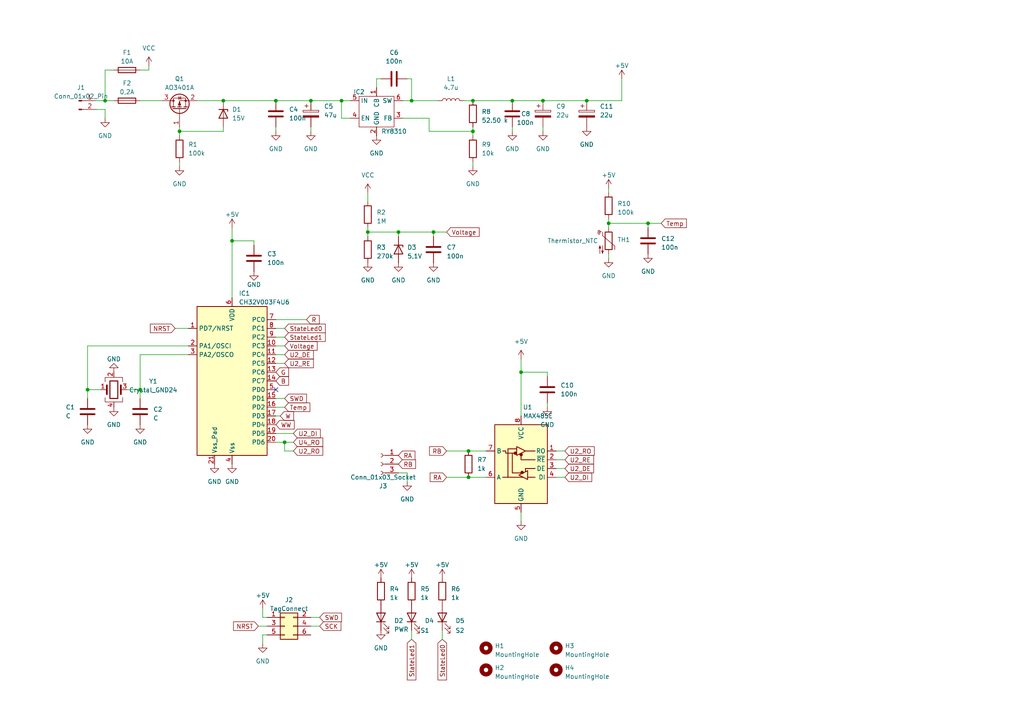
<source format=kicad_sch>
(kicad_sch (version 20230121) (generator eeschema)
  (paper "A4")
  (lib_symbols
    (symbol "Connector:Conn_01x02_Pin" (pin_names (offset 1.016) hide)
      (property "Reference" "J" (at 0 2.54 0))
      (property "Value" "Conn_01x02_Pin" (at 0 -5.08 0))
      (symbol "Conn_01x02_Pin_1_1"
        (polyline (pts (xy 1.27 -2.54) (xy 0.8636 -2.54)) (stroke (width 0.1524)))
        (polyline (pts (xy 1.27 0) (xy 0.8636 0)) (stroke (width 0.1524)))
        (rectangle (start 0.8636 -2.413) (end 0 -2.667) (stroke (width 0.1524)) (fill (type outline)))
        (rectangle (start 0.8636 0.127) (end 0 -0.127) (stroke (width 0.1524)) (fill (type outline)))
        (pin passive line (at 5.08 0 180) (length 3.81) (name "Pin_1") (number "1"))
        (pin passive line (at 5.08 -2.54 180) (length 3.81) (name "Pin_2") (number "2"))
      )
    )
    (symbol "Connector:Conn_01x03_Socket" (pin_names (offset 1.016) hide)
      (property "Reference" "J" (at 0 5.08 0))
      (property "Value" "Conn_01x03_Socket" (at 0 -5.08 0))
      (symbol "Conn_01x03_Socket_1_1"
        (arc (start 0 -2.032) (mid -0.5058 -2.54) (end 0 -3.048) (stroke (width 0.1524)))
        (polyline (pts (xy -1.27 -2.54) (xy -0.508 -2.54)) (stroke (width 0.1524)))
        (polyline (pts (xy -1.27 0) (xy -0.508 0)) (stroke (width 0.1524)))
        (polyline (pts (xy -1.27 2.54) (xy -0.508 2.54)) (stroke (width 0.1524)))
        (arc (start 0 0.508) (mid -0.5058 0) (end 0 -0.508) (stroke (width 0.1524)))
        (arc (start 0 3.048) (mid -0.5058 2.54) (end 0 2.032) (stroke (width 0.1524)))
        (pin passive line (at -5.08 2.54 0) (length 3.81) (name "Pin_1") (number "1"))
        (pin passive line (at -5.08 0 0) (length 3.81) (name "Pin_2") (number "2"))
        (pin passive line (at -5.08 -2.54 0) (length 3.81) (name "Pin_3") (number "3"))
      )
    )
    (symbol "Connector_Generic:Conn_02x03_Odd_Even" (pin_names (offset 1.016) hide)
      (property "Reference" "J" (at 1.27 5.08 0))
      (property "Value" "Conn_02x03_Odd_Even" (at 1.27 -5.08 0))
      (symbol "Conn_02x03_Odd_Even_1_1"
        (rectangle (start -1.27 -2.413) (end 0 -2.667) (stroke (width 0.1524)))
        (rectangle (start -1.27 0.127) (end 0 -0.127) (stroke (width 0.1524)))
        (rectangle (start -1.27 2.667) (end 0 2.413) (stroke (width 0.1524)))
        (rectangle (start -1.27 3.81) (end 3.81 -3.81) (stroke (width 0.254)) (fill (type background)))
        (rectangle (start 3.81 -2.413) (end 2.54 -2.667) (stroke (width 0.1524)))
        (rectangle (start 3.81 0.127) (end 2.54 -0.127) (stroke (width 0.1524)))
        (rectangle (start 3.81 2.667) (end 2.54 2.413) (stroke (width 0.1524)))
        (pin passive line (at -5.08 2.54 0) (length 3.81) (name "Pin_1") (number "1"))
        (pin passive line (at 7.62 2.54 180) (length 3.81) (name "Pin_2") (number "2"))
        (pin passive line (at -5.08 0 0) (length 3.81) (name "Pin_3") (number "3"))
        (pin passive line (at 7.62 0 180) (length 3.81) (name "Pin_4") (number "4"))
        (pin passive line (at -5.08 -2.54 0) (length 3.81) (name "Pin_5") (number "5"))
        (pin passive line (at 7.62 -2.54 180) (length 3.81) (name "Pin_6") (number "6"))
      )
    )
    (symbol "Device:C" (pin_numbers hide) (pin_names (offset 0.254))
      (property "Reference" "C" (at 0.635 2.54 0))
      (property "Value" "C" (at 0.635 -2.54 0))
      (symbol "C_0_1"
        (polyline (pts (xy -2.032 -0.762) (xy 2.032 -0.762)) (stroke (width 0.508)))
        (polyline (pts (xy -2.032 0.762) (xy 2.032 0.762)) (stroke (width 0.508)))
      )
      (symbol "C_1_1"
        (pin passive line (at 0 3.81 270) (length 2.794) (name "~") (number "1"))
        (pin passive line (at 0 -3.81 90) (length 2.794) (name "~") (number "2"))
      )
    )
    (symbol "Device:C_Polarized" (pin_numbers hide) (pin_names (offset 0.254))
      (property "Reference" "C" (at 0.635 2.54 0))
      (property "Value" "C_Polarized" (at 0.635 -2.54 0))
      (symbol "C_Polarized_0_1"
        (rectangle (start -2.286 0.508) (end 2.286 1.016))
        (polyline (pts (xy -1.778 2.286) (xy -0.762 2.286)))
        (polyline (pts (xy -1.27 2.794) (xy -1.27 1.778)))
        (rectangle (start 2.286 -0.508) (end -2.286 -1.016) (fill (type outline)))
      )
      (symbol "C_Polarized_1_1"
        (pin passive line (at 0 3.81 270) (length 2.794) (name "~") (number "1"))
        (pin passive line (at 0 -3.81 90) (length 2.794) (name "~") (number "2"))
      )
    )
    (symbol "Device:Crystal_GND24" (pin_names (offset 1.016) hide)
      (property "Reference" "Y" (at 3.175 5.08 0))
      (property "Value" "Crystal_GND24" (at 3.175 3.175 0))
      (symbol "Crystal_GND24_0_1"
        (rectangle (start -1.143 2.54) (end 1.143 -2.54) (stroke (width 0.3048)))
        (polyline (pts (xy -2.54 0) (xy -2.032 0)))
        (polyline (pts (xy -2.032 -1.27) (xy -2.032 1.27)) (stroke (width 0.508)))
        (polyline (pts (xy 0 -3.81) (xy 0 -3.556)))
        (polyline (pts (xy 0 3.556) (xy 0 3.81)))
        (polyline (pts (xy 2.032 -1.27) (xy 2.032 1.27)) (stroke (width 0.508)))
        (polyline (pts (xy 2.032 0) (xy 2.54 0)))
        (polyline (pts (xy -2.54 -2.286) (xy -2.54 -3.556) (xy 2.54 -3.556) (xy 2.54 -2.286)))
        (polyline (pts (xy -2.54 2.286) (xy -2.54 3.556) (xy 2.54 3.556) (xy 2.54 2.286)))
      )
      (symbol "Crystal_GND24_1_1"
        (pin passive line (at -3.81 0 0) (length 1.27) (name "1") (number "1"))
        (pin passive line (at 0 5.08 270) (length 1.27) (name "2") (number "2"))
        (pin passive line (at 3.81 0 180) (length 1.27) (name "3") (number "3"))
        (pin passive line (at 0 -5.08 90) (length 1.27) (name "4") (number "4"))
      )
    )
    (symbol "Device:D_Zener" (pin_numbers hide) (pin_names (offset 1.016) hide)
      (property "Reference" "D" (at 0 2.54 0))
      (property "Value" "D_Zener" (at 0 -2.54 0))
      (symbol "D_Zener_0_1"
        (polyline (pts (xy 1.27 0) (xy -1.27 0)))
        (polyline (pts (xy -1.27 -1.27) (xy -1.27 1.27) (xy -0.762 1.27)) (stroke (width 0.254)))
        (polyline (pts (xy 1.27 -1.27) (xy 1.27 1.27) (xy -1.27 0) (xy 1.27 -1.27)) (stroke (width 0.254)))
      )
      (symbol "D_Zener_1_1"
        (pin passive line (at -3.81 0 0) (length 2.54) (name "K") (number "1"))
        (pin passive line (at 3.81 0 180) (length 2.54) (name "A") (number "2"))
      )
    )
    (symbol "Device:Fuse" (pin_numbers hide) (pin_names (offset 0))
      (property "Reference" "F" (at 2.032 0 90))
      (property "Value" "Fuse" (at -1.905 0 90))
      (symbol "Fuse_0_1"
        (rectangle (start -0.762 -2.54) (end 0.762 2.54) (stroke (width 0.254)))
        (polyline (pts (xy 0 2.54) (xy 0 -2.54)))
      )
      (symbol "Fuse_1_1"
        (pin passive line (at 0 3.81 270) (length 1.27) (name "~") (number "1"))
        (pin passive line (at 0 -3.81 90) (length 1.27) (name "~") (number "2"))
      )
    )
    (symbol "Device:L" (pin_numbers hide) (pin_names (offset 1.016) hide)
      (property "Reference" "L" (at -1.27 0 90))
      (property "Value" "L" (at 1.905 0 90))
      (symbol "L_0_1"
        (arc (start 0 -2.54) (mid 0.6323 -1.905) (end 0 -1.27))
        (arc (start 0 -1.27) (mid 0.6323 -0.635) (end 0 0))
        (arc (start 0 0) (mid 0.6323 0.635) (end 0 1.27))
        (arc (start 0 1.27) (mid 0.6323 1.905) (end 0 2.54))
      )
      (symbol "L_1_1"
        (pin passive line (at 0 3.81 270) (length 1.27) (name "1") (number "1"))
        (pin passive line (at 0 -3.81 90) (length 1.27) (name "2") (number "2"))
      )
    )
    (symbol "Device:LED" (pin_numbers hide) (pin_names (offset 1.016) hide)
      (property "Reference" "D" (at 0 2.54 0))
      (property "Value" "LED" (at 0 -2.54 0))
      (symbol "LED_0_1"
        (polyline (pts (xy -1.27 -1.27) (xy -1.27 1.27)) (stroke (width 0.254)))
        (polyline (pts (xy -1.27 0) (xy 1.27 0)))
        (polyline (pts (xy 1.27 -1.27) (xy 1.27 1.27) (xy -1.27 0) (xy 1.27 -1.27)) (stroke (width 0.254)))
        (polyline (pts (xy -3.048 -0.762) (xy -4.572 -2.286) (xy -3.81 -2.286) (xy -4.572 -2.286) (xy -4.572 -1.524)))
        (polyline (pts (xy -1.778 -0.762) (xy -3.302 -2.286) (xy -2.54 -2.286) (xy -3.302 -2.286) (xy -3.302 -1.524)))
      )
      (symbol "LED_1_1"
        (pin passive line (at -3.81 0 0) (length 2.54) (name "K") (number "1"))
        (pin passive line (at 3.81 0 180) (length 2.54) (name "A") (number "2"))
      )
    )
    (symbol "Device:R" (pin_numbers hide) (pin_names (offset 0))
      (property "Reference" "R" (at 2.032 0 90))
      (property "Value" "R" (at 0 0 90))
      (symbol "R_0_1"
        (rectangle (start -1.016 -2.54) (end 1.016 2.54) (stroke (width 0.254)))
      )
      (symbol "R_1_1"
        (pin passive line (at 0 3.81 270) (length 1.27) (name "~") (number "1"))
        (pin passive line (at 0 -3.81 90) (length 1.27) (name "~") (number "2"))
      )
    )
    (symbol "Device:Thermistor_NTC" (pin_numbers hide) (pin_names (offset 0))
      (property "Reference" "TH" (at -4.445 0 90))
      (property "Value" "Thermistor_NTC" (at 3.175 0 90))
      (symbol "Thermistor_NTC_0_1"
        (arc (start -3.048 2.159) (mid -3.0495 2.3143) (end -3.175 2.413))
        (arc (start -3.048 2.159) (mid -2.9736 1.9794) (end -2.794 1.905))
        (arc (start -3.048 2.794) (mid -2.9736 2.6144) (end -2.794 2.54))
        (arc (start -2.794 1.905) (mid -2.6144 1.9794) (end -2.54 2.159))
        (arc (start -2.794 2.54) (mid -2.4393 2.5587) (end -2.159 2.794))
        (arc (start -2.794 3.048) (mid -2.9736 2.9736) (end -3.048 2.794))
        (arc (start -2.54 2.794) (mid -2.6144 2.9736) (end -2.794 3.048))
        (rectangle (start -1.016 2.54) (end 1.016 -2.54) (stroke (width 0.254)))
        (polyline (pts (xy -2.54 2.159) (xy -2.54 2.794)))
        (polyline (pts (xy -1.778 2.54) (xy -1.778 1.524) (xy 1.778 -1.524) (xy 1.778 -2.54)))
        (polyline (pts (xy -2.54 -3.683) (xy -2.54 -1.397) (xy -2.794 -2.159) (xy -2.286 -2.159) (xy -2.54 -1.397) (xy -2.54 -1.651)) (fill (type outline)))
        (polyline (pts (xy -1.778 -1.397) (xy -1.778 -3.683) (xy -2.032 -2.921) (xy -1.524 -2.921) (xy -1.778 -3.683) (xy -1.778 -3.429)) (fill (type outline)))
      )
      (symbol "Thermistor_NTC_1_1"
        (pin passive line (at 0 3.81 270) (length 1.27) (name "~") (number "1"))
        (pin passive line (at 0 -3.81 90) (length 1.27) (name "~") (number "2"))
      )
    )
    (symbol "Interface_UART:MAX485E"
      (property "Reference" "U" (at -6.096 11.43 0))
      (property "Value" "MAX485E" (at 0.762 11.43 0))
      (symbol "MAX485E_0_1"
        (rectangle (start -7.62 10.16) (end 7.62 -12.7) (stroke (width 0.254)) (fill (type background)))
        (circle (center -0.3048 -3.683) (radius 0.3556) (stroke (width 0.254)) (fill (type outline)))
        (circle (center -0.0254 1.4986) (radius 0.3556) (stroke (width 0.254)) (fill (type outline)))
        (polyline (pts (xy -4.064 -5.08) (xy -1.905 -5.08)) (stroke (width 0.254)))
        (polyline (pts (xy -4.064 2.54) (xy -1.27 2.54)) (stroke (width 0.254)))
        (polyline (pts (xy -1.27 -3.2004) (xy -1.27 -3.4544)) (stroke (width 0.254)))
        (polyline (pts (xy -0.635 -5.08) (xy 5.334 -5.08)) (stroke (width 0.254)))
        (polyline (pts (xy -4.064 -2.54) (xy -1.27 -2.54) (xy -1.27 -3.175)) (stroke (width 0.254)))
        (polyline (pts (xy 0 1.27) (xy 0 0) (xy -4.064 0)) (stroke (width 0.254)))
        (polyline (pts (xy 1.27 3.175) (xy 3.81 3.175) (xy 3.81 -5.08)) (stroke (width 0.254)))
        (polyline (pts (xy 2.54 1.905) (xy 2.54 -3.81) (xy 0 -3.81)) (stroke (width 0.254)))
        (polyline (pts (xy -1.905 -3.175) (xy -1.905 -5.715) (xy 0.635 -4.445) (xy -1.905 -3.175)) (stroke (width 0.254)))
        (polyline (pts (xy -1.27 2.54) (xy 1.27 3.81) (xy 1.27 1.27) (xy -1.27 2.54)) (stroke (width 0.254)))
        (polyline (pts (xy 1.905 1.905) (xy 4.445 1.905) (xy 4.445 2.54) (xy 5.334 2.54)) (stroke (width 0.254)))
        (rectangle (start 1.27 3.175) (end 1.27 3.175))
        (circle (center 1.651 1.905) (radius 0.3556) (stroke (width 0.254)) (fill (type outline)))
      )
      (symbol "MAX485E_1_1"
        (pin output line (at -10.16 2.54 0) (length 2.54) (name "RO") (number "1"))
        (pin input line (at -10.16 0 0) (length 2.54) (name "~{RE}") (number "2"))
        (pin input line (at -10.16 -2.54 0) (length 2.54) (name "DE") (number "3"))
        (pin input line (at -10.16 -5.08 0) (length 2.54) (name "DI") (number "4"))
        (pin power_in line (at 0 -15.24 90) (length 2.54) (name "GND") (number "5"))
        (pin bidirectional line (at 10.16 -5.08 180) (length 2.54) (name "A") (number "6"))
        (pin bidirectional line (at 10.16 2.54 180) (length 2.54) (name "B") (number "7"))
        (pin power_in line (at 0 12.7 270) (length 2.54) (name "VCC") (number "8"))
      )
    )
    (symbol "Mechanical:MountingHole" (pin_names (offset 1.016))
      (property "Reference" "H" (at 0 5.08 0))
      (property "Value" "MountingHole" (at 0 3.175 0))
      (symbol "MountingHole_0_1"
        (circle (center 0 0) (radius 1.27) (stroke (width 1.27)))
      )
    )
    (symbol "Techbeard:RY8310"
      (property "Reference" "IC" (at -5.08 6.35 0))
      (property "Value" "RY8310" (at 5.08 6.35 0))
      (symbol "RY8310_0_1"
        (rectangle (start -5.08 5.08) (end 5.08 -3.81))
      )
      (symbol "RY8310_1_1"
        (pin input line (at 0 7.62 270) (length 2.54) (name "CB") (number "1"))
        (pin input line (at 0 -6.35 90) (length 2.54) (name "GND") (number "2"))
        (pin input line (at 7.62 -1.27 180) (length 2.54) (name "FB") (number "3"))
        (pin input line (at -7.62 -1.27 0) (length 2.54) (name "EN") (number "4"))
        (pin input line (at -7.62 3.81 0) (length 2.54) (name "IN") (number "5"))
        (pin input line (at 7.62 3.81 180) (length 2.54) (name "SW") (number "6"))
      )
    )
    (symbol "Transistor_FET:AO3401A" (pin_names hide)
      (property "Reference" "Q" (at 5.08 1.905 0))
      (property "Value" "AO3401A" (at 5.08 0 0))
      (symbol "AO3401A_0_1"
        (polyline (pts (xy 0.254 0) (xy -2.54 0)))
        (polyline (pts (xy 0.254 1.905) (xy 0.254 -1.905)) (stroke (width 0.254)))
        (polyline (pts (xy 0.762 -1.27) (xy 0.762 -2.286)) (stroke (width 0.254)))
        (polyline (pts (xy 0.762 0.508) (xy 0.762 -0.508)) (stroke (width 0.254)))
        (polyline (pts (xy 0.762 2.286) (xy 0.762 1.27)) (stroke (width 0.254)))
        (polyline (pts (xy 2.54 2.54) (xy 2.54 1.778)))
        (polyline (pts (xy 2.54 -2.54) (xy 2.54 0) (xy 0.762 0)))
        (polyline (pts (xy 0.762 1.778) (xy 3.302 1.778) (xy 3.302 -1.778) (xy 0.762 -1.778)))
        (polyline (pts (xy 2.286 0) (xy 1.27 0.381) (xy 1.27 -0.381) (xy 2.286 0)) (fill (type outline)))
        (polyline (pts (xy 2.794 -0.508) (xy 2.921 -0.381) (xy 3.683 -0.381) (xy 3.81 -0.254)))
        (polyline (pts (xy 3.302 -0.381) (xy 2.921 0.254) (xy 3.683 0.254) (xy 3.302 -0.381)))
        (circle (center 1.651 0) (radius 2.794) (stroke (width 0.254)))
        (circle (center 2.54 -1.778) (radius 0.254) (fill (type outline)))
        (circle (center 2.54 1.778) (radius 0.254) (fill (type outline)))
      )
      (symbol "AO3401A_1_1"
        (pin input line (at -5.08 0 0) (length 2.54) (name "G") (number "1"))
        (pin passive line (at 2.54 -5.08 90) (length 2.54) (name "S") (number "2"))
        (pin passive line (at 2.54 5.08 270) (length 2.54) (name "D") (number "3"))
      )
    )
    (symbol "WCH:CH32V003F4U6"
      (property "Reference" "IC" (at 6.35 8.89 0))
      (property "Value" "CH32V003F4U6" (at 12.7 6.35 0))
      (symbol "CH32V003F4U6_1_1"
        (rectangle (start -10.16 5.08) (end 10.16 -38.1) (stroke (width 0.254)) (fill (type background)))
        (pin input line (at -12.7 -1.27 0) (length 2.54) (name "PD7/NRST") (number "1"))
        (pin input line (at 12.7 -6.35 180) (length 2.54) (name "PC3") (number "10"))
        (pin input line (at 12.7 -8.89 180) (length 2.54) (name "PC4") (number "11"))
        (pin input line (at 12.7 -11.43 180) (length 2.54) (name "PC5") (number "12"))
        (pin input line (at 12.7 -13.97 180) (length 2.54) (name "PC6") (number "13"))
        (pin input line (at 12.7 -16.51 180) (length 2.54) (name "PC7") (number "14"))
        (pin input line (at 12.7 -21.59 180) (length 2.54) (name "PD1") (number "15"))
        (pin input line (at 12.7 -24.13 180) (length 2.54) (name "PD2") (number "16"))
        (pin input line (at 12.7 -26.67 180) (length 2.54) (name "PD3") (number "17"))
        (pin input line (at 12.7 -29.21 180) (length 2.54) (name "PD4") (number "18"))
        (pin input line (at 12.7 -31.75 180) (length 2.54) (name "PD5") (number "19"))
        (pin input line (at -12.7 -6.35 0) (length 2.54) (name "PA1/OSCI") (number "2"))
        (pin input line (at 12.7 -34.29 180) (length 2.54) (name "PD6") (number "20"))
        (pin input line (at -5.08 -40.64 90) (length 2.54) (name "Vss_Pad") (number "21"))
        (pin input line (at -12.7 -8.89 0) (length 2.54) (name "PA2/OSCO") (number "3"))
        (pin input line (at 0 -40.64 90) (length 2.54) (name "Vss") (number "4"))
        (pin input line (at 12.7 -19.05 180) (length 2.54) (name "PD0") (number "5"))
        (pin input line (at 0 7.62 270) (length 2.54) (name "VDD") (number "6"))
        (pin input line (at 12.7 1.27 180) (length 2.54) (name "PC0") (number "7"))
        (pin input line (at 12.7 -1.27 180) (length 2.54) (name "PC1") (number "8"))
        (pin input line (at 12.7 -3.81 180) (length 2.54) (name "PC2") (number "9"))
      )
    )
    (symbol "power:+5V" (power) (pin_names (offset 0))
      (property "Value" "+5V" (at 0 3.556 0))
      (symbol "+5V_0_1"
        (polyline (pts (xy -0.762 1.27) (xy 0 2.54)))
        (polyline (pts (xy 0 0) (xy 0 2.54)))
        (polyline (pts (xy 0 2.54) (xy 0.762 1.27)))
      )
      (symbol "+5V_1_1"
        (pin power_in line (at 0 0 90) (length 0) hide (name "+5V") (number "1"))
      )
    )
    (symbol "power:GND" (power) (pin_names (offset 0))
      (property "Value" "GND" (at 0 -3.81 0))
      (symbol "GND_0_1"
        (polyline (pts (xy 0 0) (xy 0 -1.27) (xy 1.27 -1.27) (xy 0 -2.54) (xy -1.27 -1.27) (xy 0 -1.27)))
      )
      (symbol "GND_1_1"
        (pin power_in line (at 0 0 270) (length 0) hide (name "GND") (number "1"))
      )
    )
    (symbol "power:VCC" (power) (pin_names (offset 0))
      (property "Value" "VCC" (at 0 3.81 0))
      (symbol "VCC_0_1"
        (polyline (pts (xy -0.762 1.27) (xy 0 2.54)))
        (polyline (pts (xy 0 0) (xy 0 2.54)))
        (polyline (pts (xy 0 2.54) (xy 0.762 1.27)))
      )
      (symbol "VCC_1_1"
        (pin power_in line (at 0 0 90) (length 0) hide (name "VCC") (number "1"))
      )
    )
  )
  (junction (at 90.17 29.21))
  (junction (at 25.4 113.03))
  (junction (at 151.13 107.95))
  (junction (at 176.53 64.77))
  (junction (at 64.77 29.21))
  (junction (at 125.73 67.31))
  (junction (at 106.68 67.31))
  (junction (at 119.38 29.21))
  (junction (at 115.57 67.31))
  (junction (at 40.64 113.03))
  (junction (at 137.16 38.1))
  (junction (at 52.07 38.1))
  (junction (at 170.18 29.21))
  (junction (at 157.48 29.21))
  (junction (at 80.01 29.21))
  (junction (at 82.55 128.27))
  (junction (at 187.96 64.77))
  (junction (at 99.06 29.21))
  (junction (at 137.16 29.21))
  (junction (at 30.48 29.21))
  (junction (at 148.59 29.21))
  (junction (at 135.89 130.81))
  (junction (at 135.89 138.43))
  (junction (at 67.31 69.85))
  (no_connect (at 80.01 113.03))
  (wire (pts (xy 135.89 138.43) (xy 140.97 138.43)))
  (wire (pts (xy 106.68 66.04) (xy 106.68 67.31)))
  (wire (pts (xy 135.89 130.81) (xy 140.97 130.81)))
  (wire (pts (xy 90.17 181.61) (xy 92.71 181.61)))
  (wire (pts (xy 80.01 36.83) (xy 80.01 38.1)))
  (wire (pts (xy 80.01 29.21) (xy 90.17 29.21)))
  (wire (pts (xy 25.4 115.57) (xy 25.4 113.03)))
  (wire (pts (xy 80.01 105.41) (xy 82.55 105.41)))
  (wire (pts (xy 161.29 130.81) (xy 163.83 130.81)))
  (wire (pts (xy 151.13 104.14) (xy 151.13 107.95)))
  (wire (pts (xy 180.34 22.86) (xy 180.34 29.21)))
  (wire (pts (xy 101.6 34.29) (xy 99.06 34.29)))
  (wire (pts (xy 106.68 55.88) (xy 106.68 58.42)))
  (wire (pts (xy 80.01 128.27) (xy 82.55 128.27)))
  (wire (pts (xy 82.55 97.79) (xy 80.01 97.79)))
  (wire (pts (xy 57.15 29.21) (xy 64.77 29.21)))
  (wire (pts (xy 137.16 29.21) (xy 148.59 29.21)))
  (wire (pts (xy 40.64 29.21) (xy 46.99 29.21)))
  (wire (pts (xy 90.17 179.07) (xy 92.71 179.07)))
  (wire (pts (xy 129.54 130.81) (xy 135.89 130.81)))
  (wire (pts (xy 116.84 29.21) (xy 119.38 29.21)))
  (wire (pts (xy 115.57 137.16) (xy 118.11 137.16)))
  (wire (pts (xy 74.93 181.61) (xy 77.47 181.61)))
  (wire (pts (xy 137.16 38.1) (xy 137.16 39.37)))
  (wire (pts (xy 187.96 64.77) (xy 191.77 64.77)))
  (wire (pts (xy 151.13 107.95) (xy 158.75 107.95)))
  (wire (pts (xy 80.01 100.33) (xy 82.55 100.33)))
  (wire (pts (xy 163.83 138.43) (xy 161.29 138.43)))
  (wire (pts (xy 40.64 102.87) (xy 54.61 102.87)))
  (wire (pts (xy 73.66 71.12) (xy 73.66 69.85)))
  (wire (pts (xy 30.48 20.32) (xy 30.48 29.21)))
  (wire (pts (xy 115.57 67.31) (xy 106.68 67.31)))
  (wire (pts (xy 67.31 69.85) (xy 73.66 69.85)))
  (wire (pts (xy 119.38 22.86) (xy 119.38 29.21)))
  (wire (pts (xy 80.01 102.87) (xy 82.55 102.87)))
  (wire (pts (xy 43.18 20.32) (xy 43.18 19.05)))
  (wire (pts (xy 81.28 120.65) (xy 80.01 120.65)))
  (wire (pts (xy 148.59 29.21) (xy 157.48 29.21)))
  (wire (pts (xy 125.73 67.31) (xy 129.54 67.31)))
  (wire (pts (xy 40.64 102.87) (xy 40.64 113.03)))
  (wire (pts (xy 50.8 95.25) (xy 54.61 95.25)))
  (wire (pts (xy 80.01 115.57) (xy 82.55 115.57)))
  (wire (pts (xy 90.17 36.83) (xy 90.17 38.1)))
  (wire (pts (xy 52.07 46.99) (xy 52.07 48.26)))
  (wire (pts (xy 27.94 31.75) (xy 30.48 31.75)))
  (wire (pts (xy 109.22 22.86) (xy 110.49 22.86)))
  (wire (pts (xy 176.53 73.66) (xy 176.53 74.93)))
  (wire (pts (xy 76.2 184.15) (xy 77.47 184.15)))
  (wire (pts (xy 90.17 29.21) (xy 99.06 29.21)))
  (wire (pts (xy 134.62 29.21) (xy 137.16 29.21)))
  (wire (pts (xy 176.53 54.61) (xy 176.53 55.88)))
  (wire (pts (xy 85.09 130.81) (xy 82.55 130.81)))
  (wire (pts (xy 76.2 179.07) (xy 77.47 179.07)))
  (wire (pts (xy 125.73 67.31) (xy 115.57 67.31)))
  (wire (pts (xy 170.18 29.21) (xy 180.34 29.21)))
  (wire (pts (xy 187.96 66.04) (xy 187.96 64.77)))
  (wire (pts (xy 40.64 113.03) (xy 40.64 115.57)))
  (wire (pts (xy 157.48 29.21) (xy 170.18 29.21)))
  (wire (pts (xy 52.07 36.83) (xy 52.07 38.1)))
  (wire (pts (xy 25.4 113.03) (xy 29.21 113.03)))
  (wire (pts (xy 163.83 133.35) (xy 161.29 133.35)))
  (wire (pts (xy 119.38 185.42) (xy 119.38 182.88)))
  (wire (pts (xy 25.4 100.33) (xy 25.4 113.03)))
  (wire (pts (xy 176.53 63.5) (xy 176.53 64.77)))
  (wire (pts (xy 76.2 186.69) (xy 76.2 184.15)))
  (wire (pts (xy 109.22 22.86) (xy 109.22 25.4)))
  (wire (pts (xy 82.55 130.81) (xy 82.55 128.27)))
  (wire (pts (xy 163.83 135.89) (xy 161.29 135.89)))
  (wire (pts (xy 30.48 29.21) (xy 33.02 29.21)))
  (wire (pts (xy 33.02 20.32) (xy 30.48 20.32)))
  (wire (pts (xy 82.55 95.25) (xy 80.01 95.25)))
  (wire (pts (xy 27.94 29.21) (xy 30.48 29.21)))
  (wire (pts (xy 151.13 107.95) (xy 151.13 120.65)))
  (wire (pts (xy 151.13 148.59) (xy 151.13 151.13)))
  (wire (pts (xy 115.57 67.31) (xy 115.57 68.58)))
  (wire (pts (xy 176.53 64.77) (xy 176.53 66.04)))
  (wire (pts (xy 36.83 113.03) (xy 40.64 113.03)))
  (wire (pts (xy 64.77 36.83) (xy 64.77 38.1)))
  (wire (pts (xy 67.31 66.04) (xy 67.31 69.85)))
  (wire (pts (xy 137.16 46.99) (xy 137.16 48.26)))
  (wire (pts (xy 116.84 34.29) (xy 124.46 34.29)))
  (wire (pts (xy 124.46 38.1) (xy 137.16 38.1)))
  (wire (pts (xy 80.01 125.73) (xy 85.09 125.73)))
  (wire (pts (xy 124.46 34.29) (xy 124.46 38.1)))
  (wire (pts (xy 82.55 128.27) (xy 85.09 128.27)))
  (wire (pts (xy 148.59 36.83) (xy 148.59 38.1)))
  (wire (pts (xy 64.77 38.1) (xy 52.07 38.1)))
  (wire (pts (xy 118.11 137.16) (xy 118.11 139.7)))
  (wire (pts (xy 106.68 67.31) (xy 106.68 68.58)))
  (wire (pts (xy 52.07 38.1) (xy 52.07 39.37)))
  (wire (pts (xy 67.31 69.85) (xy 67.31 86.36)))
  (wire (pts (xy 119.38 29.21) (xy 127 29.21)))
  (wire (pts (xy 30.48 31.75) (xy 30.48 34.29)))
  (wire (pts (xy 157.48 36.83) (xy 157.48 38.1)))
  (wire (pts (xy 80.01 92.71) (xy 88.9 92.71)))
  (wire (pts (xy 187.96 64.77) (xy 176.53 64.77)))
  (wire (pts (xy 158.75 116.84) (xy 158.75 118.11)))
  (wire (pts (xy 128.27 185.42) (xy 128.27 182.88)))
  (wire (pts (xy 129.54 138.43) (xy 135.89 138.43)))
  (wire (pts (xy 76.2 176.53) (xy 76.2 179.07)))
  (wire (pts (xy 54.61 100.33) (xy 25.4 100.33)))
  (wire (pts (xy 158.75 109.22) (xy 158.75 107.95)))
  (wire (pts (xy 118.11 22.86) (xy 119.38 22.86)))
  (wire (pts (xy 99.06 29.21) (xy 101.6 29.21)))
  (wire (pts (xy 80.01 118.11) (xy 82.55 118.11)))
  (wire (pts (xy 137.16 36.83) (xy 137.16 38.1)))
  (wire (pts (xy 99.06 34.29) (xy 99.06 29.21)))
  (wire (pts (xy 125.73 68.58) (xy 125.73 67.31)))
  (wire (pts (xy 64.77 29.21) (xy 80.01 29.21)))
  (wire (pts (xy 40.64 20.32) (xy 43.18 20.32)))
  (global_label "StateLed1" (shape input) (at 119.38 185.42 270) (property "Intersheetrefs" "${INTERSHEET_REFS}" (effects hide)))
  (global_label "NRST" (shape input) (at 74.93 181.61 180) (property "Intersheetrefs" "${INTERSHEET_REFS}" (effects hide)))
  (global_label "SWD" (shape input) (at 92.71 179.07 0) (property "Intersheetrefs" "${INTERSHEET_REFS}" (effects hide)))
  (global_label "U4_RO" (shape input) (at 85.09 128.27 0) (property "Intersheetrefs" "${INTERSHEET_REFS}" (effects hide)))
  (global_label "U2_RO" (shape input) (at 85.09 130.81 0) (property "Intersheetrefs" "${INTERSHEET_REFS}" (effects hide)))
  (global_label "RB" (shape input) (at 129.54 130.81 180) (property "Intersheetrefs" "${INTERSHEET_REFS}" (effects hide)))
  (global_label "SWD" (shape input) (at 82.55 115.57 0) (property "Intersheetrefs" "${INTERSHEET_REFS}" (effects hide)))
  (global_label "W" (shape input) (at 81.28 120.65 0) (property "Intersheetrefs" "${INTERSHEET_REFS}" (effects hide)))
  (global_label "R" (shape input) (at 88.9 92.71 0) (property "Intersheetrefs" "${INTERSHEET_REFS}" (effects hide)))
  (global_label "SCK" (shape input) (at 92.71 181.61 0) (property "Intersheetrefs" "${INTERSHEET_REFS}" (effects hide)))
  (global_label "NRST" (shape input) (at 50.8 95.25 180) (property "Intersheetrefs" "${INTERSHEET_REFS}" (effects hide)))
  (global_label "StateLed0" (shape input) (at 82.55 95.25 0) (property "Intersheetrefs" "${INTERSHEET_REFS}" (effects hide)))
  (global_label "RB" (shape input) (at 115.57 134.62 0) (property "Intersheetrefs" "${INTERSHEET_REFS}" (effects hide)))
  (global_label "U2_RE" (shape input) (at 82.55 105.41 0) (property "Intersheetrefs" "${INTERSHEET_REFS}" (effects hide)))
  (global_label "U2_DI" (shape input) (at 85.09 125.73 0) (property "Intersheetrefs" "${INTERSHEET_REFS}" (effects hide)))
  (global_label "RA" (shape input) (at 129.54 138.43 180) (property "Intersheetrefs" "${INTERSHEET_REFS}" (effects hide)))
  (global_label "U2_DI" (shape input) (at 163.83 138.43 0) (property "Intersheetrefs" "${INTERSHEET_REFS}" (effects hide)))
  (global_label "U2_DE" (shape input) (at 163.83 135.89 0) (property "Intersheetrefs" "${INTERSHEET_REFS}" (effects hide)))
  (global_label "WW" (shape input) (at 80.01 123.19 0) (property "Intersheetrefs" "${INTERSHEET_REFS}" (effects hide)))
  (global_label "U2_RO" (shape input) (at 163.83 130.81 0) (property "Intersheetrefs" "${INTERSHEET_REFS}" (effects hide)))
  (global_label "RA" (shape input) (at 115.57 132.08 0) (property "Intersheetrefs" "${INTERSHEET_REFS}" (effects hide)))
  (global_label "Temp" (shape input) (at 191.77 64.77 0) (property "Intersheetrefs" "${INTERSHEET_REFS}" (effects hide)))
  (global_label "U2_RE" (shape input) (at 163.83 133.35 0) (property "Intersheetrefs" "${INTERSHEET_REFS}" (effects hide)))
  (global_label "StateLed0" (shape input) (at 128.27 185.42 270) (property "Intersheetrefs" "${INTERSHEET_REFS}" (effects hide)))
  (global_label "Voltage" (shape input) (at 129.54 67.31 0) (property "Intersheetrefs" "${INTERSHEET_REFS}" (effects hide)))
  (global_label "Voltage" (shape input) (at 82.55 100.33 0) (property "Intersheetrefs" "${INTERSHEET_REFS}" (effects hide)))
  (global_label "B" (shape input) (at 80.01 110.49 0) (property "Intersheetrefs" "${INTERSHEET_REFS}" (effects hide)))
  (global_label "U2_DE" (shape input) (at 82.55 102.87 0) (property "Intersheetrefs" "${INTERSHEET_REFS}" (effects hide)))
  (global_label "StateLed1" (shape input) (at 82.55 97.79 0) (property "Intersheetrefs" "${INTERSHEET_REFS}" (effects hide)))
  (global_label "Temp" (shape input) (at 82.55 118.11 0) (property "Intersheetrefs" "${INTERSHEET_REFS}" (effects hide)))
  (global_label "G" (shape input) (at 80.01 107.95 0) (property "Intersheetrefs" "${INTERSHEET_REFS}" (effects hide)))
  (symbol (lib_id "Mechanical:MountingHole") (at 140.97 194.31 0) (unit 1)
    (property "Reference" "H2" (at 143.51 193.675 0) (effects (justify left)))
    (property "Value" "MountingHole" (at 143.51 196.215 0) (effects (justify left)))
    (property "Footprint" "MountingHole:MountingHole_3.2mm_M3" (effects hide))
  )
  (symbol (lib_id "power:GND") (at 176.53 74.93 0) (unit 1)
    (property "Reference" "#PWR034" (effects hide))
    (property "Value" "GND" (at 176.53 80.01 0))
  )
  (symbol (lib_id "power:GND") (at 125.73 76.2 0) (unit 1)
    (property "Reference" "#PWR024" (effects hide))
    (property "Value" "GND" (at 125.73 81.28 0))
  )
  (symbol (lib_id "power:GND") (at 67.31 134.62 0) (unit 1)
    (property "Reference" "#PWR010" (effects hide))
    (property "Value" "GND" (at 67.31 139.7 0))
  )
  (symbol (lib_id "Device:R") (at 119.38 171.45 0) (unit 1)
    (property "Reference" "R5" (at 121.92 170.815 0) (effects (justify left)))
    (property "Value" "1k" (at 121.92 173.355 0) (effects (justify left)))
    (property "Footprint" "Resistor_SMD:R_0402_1005Metric" (effects hide))
  )
  (symbol (lib_id "power:GND") (at 73.66 78.74 0) (unit 1)
    (property "Reference" "#PWR011" (effects hide))
    (property "Value" "GND" (at 73.66 82.55 0))
  )
  (symbol (lib_id "Mechanical:MountingHole") (at 161.29 187.96 0) (unit 1)
    (property "Reference" "H3" (at 163.83 187.325 0) (effects (justify left)))
    (property "Value" "MountingHole" (at 163.83 189.865 0) (effects (justify left)))
    (property "Footprint" "MountingHole:MountingHole_3.2mm_M3" (effects hide))
  )
  (symbol (lib_id "Techbeard:RY8310") (at 109.22 33.02 0) (unit 1)
    (property "Reference" "IC2" (at 104.14 26.67 0))
    (property "Value" "RY8310" (at 114.3 38.1 0))
    (property "Footprint" "Package_TO_SOT_SMD:SOT-23-6" (effects hide))
    (property "Datasheet" "https://datasheet.lcsc.com/lcsc/2202151030_RYCHIP-Semiconductor-Inc--RY8310_C370876.pdf" (effects hide))
  )
  (symbol (lib_id "power:VCC") (at 106.68 55.88 0) (unit 1)
    (property "Reference" "#PWR016" (effects hide))
    (property "Value" "VCC" (at 106.68 50.8 0))
  )
  (symbol (lib_id "Device:C") (at 40.64 119.38 0) (unit 1)
    (property "Reference" "C2" (at 44.45 118.745 0) (effects (justify left)))
    (property "Value" "C" (at 44.45 121.285 0) (effects (justify left)))
    (property "Footprint" "Capacitor_SMD:C_0402_1005Metric" (effects hide))
  )
  (symbol (lib_id "Device:R") (at 135.89 134.62 0) (unit 1)
    (property "Reference" "R7" (at 138.43 133.3499 0) (effects (justify left)))
    (property "Value" "1k" (at 138.43 135.8899 0) (effects (justify left)))
    (property "Footprint" "Capacitor_SMD:C_0402_1005Metric" (effects hide))
  )
  (symbol (lib_id "Connector_Generic:Conn_02x03_Odd_Even") (at 82.55 181.61 0) (unit 1)
    (property "Reference" "J2" (at 83.82 173.99 0))
    (property "Value" "TagConnect" (at 83.82 176.53 0))
    (property "Footprint" "Connector:Tag-Connect_TC2030-IDC-NL_2x03_P1.27mm_Vertical" (effects hide))
  )
  (symbol (lib_id "power:GND") (at 106.68 76.2 0) (unit 1)
    (property "Reference" "#PWR017" (effects hide))
    (property "Value" "GND" (at 106.68 81.28 0))
  )
  (symbol (lib_id "power:+5V") (at 151.13 104.14 0) (unit 1)
    (property "Reference" "#PWR028" (effects hide))
    (property "Value" "+5V" (at 151.13 99.06 0))
  )
  (symbol (lib_id "power:GND") (at 170.18 36.83 0) (unit 1)
    (property "Reference" "#PWR032" (effects hide))
    (property "Value" "GND" (at 170.18 41.91 0))
  )
  (symbol (lib_id "Mechanical:MountingHole") (at 140.97 187.96 0) (unit 1)
    (property "Reference" "H1" (at 143.51 187.325 0) (effects (justify left)))
    (property "Value" "MountingHole" (at 143.51 189.865 0) (effects (justify left)))
    (property "Footprint" "MountingHole:MountingHole_3.2mm_M3" (effects hide))
  )
  (symbol (lib_id "Device:D_Zener") (at 115.57 72.39 270) (unit 1)
    (property "Reference" "D3" (at 118.11 71.755 90) (effects (justify left)))
    (property "Value" "5,1V" (at 118.11 74.295 90) (effects (justify left)))
    (property "Footprint" "Diode_SMD:D_0402_1005Metric" (effects hide))
  )
  (symbol (lib_id "power:GND") (at 33.02 107.95 180) (unit 1)
    (property "Reference" "#PWR03" (effects hide))
    (property "Value" "GND" (at 33.02 104.14 0))
  )
  (symbol (lib_id "Device:C") (at 148.59 33.02 0) (unit 1)
    (property "Reference" "C8" (at 151.13 33.02 0) (effects (justify left)))
    (property "Value" "100n" (at 149.86 35.56 0) (effects (justify left)))
    (property "Footprint" "Capacitor_SMD:C_0402_1005Metric" (effects hide))
  )
  (symbol (lib_id "power:GND") (at 30.48 34.29 0) (unit 1)
    (property "Reference" "#PWR02" (effects hide))
    (property "Value" "GND" (at 30.48 39.37 0))
  )
  (symbol (lib_id "Mechanical:MountingHole") (at 161.29 194.31 0) (unit 1)
    (property "Reference" "H4" (at 163.83 193.675 0) (effects (justify left)))
    (property "Value" "MountingHole" (at 163.83 196.215 0) (effects (justify left)))
    (property "Footprint" "MountingHole:MountingHole_3.2mm_M3" (effects hide))
  )
  (symbol (lib_id "Device:C") (at 25.4 119.38 0) (unit 1)
    (property "Reference" "C1" (at 19.05 118.11 0) (effects (justify left)))
    (property "Value" "C" (at 19.05 120.65 0) (effects (justify left)))
    (property "Footprint" "Capacitor_SMD:C_0402_1005Metric" (effects hide))
  )
  (symbol (lib_id "WCH:CH32V003F4U6") (at 67.31 93.98 0) (unit 1)
    (property "Reference" "IC1" (at 69.2659 85.09 0) (effects (justify left)))
    (property "Value" "CH32V003F4U6" (at 69.2659 87.63 0) (effects (justify left)))
    (property "Footprint" "Package_DFN_QFN:QFN-20-1EP_3x3mm_P0.4mm_EP1.65x1.65mm_ThermalVias" (effects hide))
  )
  (symbol (lib_id "Device:D_Zener") (at 64.77 33.02 270) (unit 1)
    (property "Reference" "D1" (at 67.31 31.7499 90) (effects (justify left)))
    (property "Value" "15V" (at 67.31 34.2899 90) (effects (justify left)))
    (property "Footprint" "Diode_SMD:D_0402_1005Metric" (effects hide))
  )
  (symbol (lib_id "power:GND") (at 151.13 151.13 0) (unit 1)
    (property "Reference" "#PWR029" (effects hide))
    (property "Value" "GND" (at 151.13 156.21 0))
  )
  (symbol (lib_id "Device:Crystal_GND24") (at 33.02 113.03 0) (unit 1)
    (property "Reference" "Y1" (at 44.45 110.5917 0))
    (property "Value" "Crystal_GND24" (at 44.45 113.1317 0))
    (property "Footprint" "Crystal:Crystal_SMD_3225-4Pin_3.2x2.5mm" (effects hide))
  )
  (symbol (lib_id "power:+5V") (at 119.38 167.64 0) (unit 1)
    (property "Reference" "#PWR023" (effects hide))
    (property "Value" "+5V" (at 119.38 163.83 0))
  )
  (symbol (lib_id "Device:C") (at 125.73 72.39 0) (unit 1)
    (property "Reference" "C7" (at 129.54 71.755 0) (effects (justify left)))
    (property "Value" "100n" (at 129.54 74.295 0) (effects (justify left)))
    (property "Footprint" "Capacitor_SMD:C_0402_1005Metric" (effects hide))
  )
  (symbol (lib_id "power:GND") (at 90.17 38.1 0) (unit 1)
    (property "Reference" "#PWR015" (effects hide))
    (property "Value" "GND" (at 90.17 43.18 0))
  )
  (symbol (lib_id "Device:LED") (at 110.49 179.07 90) (unit 1)
    (property "Reference" "D2" (at 114.3 180.0225 90) (effects (justify right)))
    (property "Value" "PWR" (at 114.3 182.5625 90) (effects (justify right)))
    (property "Footprint" "LED_SMD:LED_0402_1005Metric" (effects hide))
  )
  (symbol (lib_id "power:GND") (at 115.57 76.2 0) (unit 1)
    (property "Reference" "#PWR021" (effects hide))
    (property "Value" "GND" (at 115.57 81.28 0))
  )
  (symbol (lib_id "Device:R") (at 110.49 171.45 0) (unit 1)
    (property "Reference" "R4" (at 113.03 170.815 0) (effects (justify left)))
    (property "Value" "1k" (at 113.03 173.355 0) (effects (justify left)))
    (property "Footprint" "Resistor_SMD:R_0402_1005Metric" (effects hide))
  )
  (symbol (lib_id "Device:Fuse") (at 36.83 29.21 90) (unit 1)
    (property "Reference" "F2" (at 36.83 24.13 90))
    (property "Value" "0,2A" (at 36.83 26.67 90))
    (property "Footprint" "Fuse:Fuse_0402_1005Metric" (effects hide))
  )
  (symbol (lib_id "power:GND") (at 109.22 39.37 0) (unit 1)
    (property "Reference" "#PWR018" (effects hide))
    (property "Value" "GND" (at 109.22 44.45 0))
  )
  (symbol (lib_id "Device:R") (at 137.16 33.02 180) (unit 1)
    (property "Reference" "R8" (at 139.7 32.385 0) (effects (justify right)))
    (property "Value" "52.50 k" (at 139.7 34.925 0) (effects (justify right)))
    (property "Footprint" "Resistor_SMD:R_0402_1005Metric" (effects hide))
  )
  (symbol (lib_id "power:GND") (at 118.11 139.7 0) (unit 1)
    (property "Reference" "#PWR022" (effects hide))
    (property "Value" "GND" (at 118.11 144.78 0))
  )
  (symbol (lib_id "power:GND") (at 110.49 182.88 0) (unit 1)
    (property "Reference" "#PWR020" (effects hide))
    (property "Value" "GND" (at 110.49 187.96 0))
  )
  (symbol (lib_id "power:+5V") (at 67.31 66.04 0) (unit 1)
    (property "Reference" "#PWR09" (effects hide))
    (property "Value" "+5V" (at 67.31 62.23 0))
  )
  (symbol (lib_id "Device:C") (at 73.66 74.93 0) (unit 1)
    (property "Reference" "C3" (at 77.47 73.6599 0) (effects (justify left)))
    (property "Value" "100n" (at 77.47 76.1999 0) (effects (justify left)))
    (property "Footprint" "Capacitor_SMD:C_0402_1005Metric" (effects hide))
  )
  (symbol (lib_id "power:GND") (at 137.16 48.26 0) (unit 1)
    (property "Reference" "#PWR026" (effects hide))
    (property "Value" "GND" (at 137.16 53.34 0))
  )
  (symbol (lib_id "Device:C_Polarized") (at 90.17 33.02 0) (unit 1)
    (property "Reference" "C5" (at 93.98 30.8609 0) (effects (justify left)))
    (property "Value" "47u" (at 93.98 33.4009 0) (effects (justify left)))
    (property "Footprint" "Capacitor_SMD:CP_Elec_5x5.4" (effects hide))
  )
  (symbol (lib_id "Connector:Conn_01x03_Socket") (at 110.49 134.62 0) (mirror y) (unit 1)
    (property "Reference" "J3" (at 111.125 140.97 0))
    (property "Value" "Conn_01x03_Socket" (at 111.125 138.43 0))
    (property "Footprint" "Connector_JST:JST_PH_B3B-PH-K_1x03_P2.00mm_Vertical" (effects hide))
  )
  (symbol (lib_id "Device:R") (at 106.68 62.23 0) (unit 1)
    (property "Reference" "R2" (at 109.22 61.595 0) (effects (justify left)))
    (property "Value" "1M" (at 109.22 64.135 0) (effects (justify left)))
    (property "Footprint" "Resistor_SMD:R_0402_1005Metric" (effects hide))
  )
  (symbol (lib_id "Device:LED") (at 119.38 179.07 90) (unit 1)
    (property "Reference" "D4" (at 123.19 180.0225 90) (effects (justify right)))
    (property "Value" "S1" (at 121.92 182.88 90) (effects (justify right)))
    (property "Footprint" "LED_SMD:LED_0402_1005Metric" (effects hide))
  )
  (symbol (lib_id "Device:C") (at 80.01 33.02 0) (unit 1)
    (property "Reference" "C4" (at 83.82 31.7499 0) (effects (justify left)))
    (property "Value" "100n" (at 83.82 34.2899 0) (effects (justify left)))
    (property "Footprint" "Capacitor_SMD:C_0402_1005Metric" (effects hide))
  )
  (symbol (lib_id "power:+5V") (at 110.49 167.64 0) (unit 1)
    (property "Reference" "#PWR019" (effects hide))
    (property "Value" "+5V" (at 110.49 163.83 0))
  )
  (symbol (lib_id "Device:C") (at 187.96 69.85 0) (unit 1)
    (property "Reference" "C12" (at 191.77 69.215 0) (effects (justify left)))
    (property "Value" "100n" (at 191.77 71.755 0) (effects (justify left)))
    (property "Footprint" "Capacitor_SMD:C_0402_1005Metric" (effects hide))
  )
  (symbol (lib_id "power:+5V") (at 76.2 176.53 0) (unit 1)
    (property "Reference" "#PWR012" (effects hide))
    (property "Value" "+5V" (at 76.2 172.72 0))
  )
  (symbol (lib_id "power:GND") (at 157.48 38.1 0) (unit 1)
    (property "Reference" "#PWR030" (effects hide))
    (property "Value" "GND" (at 157.48 43.18 0))
  )
  (symbol (lib_id "Device:R") (at 176.53 59.69 0) (unit 1)
    (property "Reference" "R10" (at 179.07 59.055 0) (effects (justify left)))
    (property "Value" "100k" (at 179.07 61.595 0) (effects (justify left)))
    (property "Footprint" "Resistor_SMD:R_0402_1005Metric" (effects hide))
  )
  (symbol (lib_id "power:GND") (at 76.2 186.69 0) (unit 1)
    (property "Reference" "#PWR013" (effects hide))
    (property "Value" "GND" (at 76.2 191.77 0))
  )
  (symbol (lib_id "Transistor_FET:AO3401A") (at 52.07 31.75 90) (unit 1)
    (property "Reference" "Q1" (at 52.07 22.86 90))
    (property "Value" "AO3401A" (at 52.07 25.4 90))
    (property "Footprint" "Package_TO_SOT_SMD:TSOT-23" (effects hide))
    (property "Datasheet" "http://www.aosmd.com/pdfs/datasheet/AO3401A.pdf" (effects hide))
  )
  (symbol (lib_id "Interface_UART:MAX485E") (at 151.13 133.35 0) (mirror y) (unit 1)
    (property "Reference" "U1" (at 151.6506 118.11 0) (effects (justify right)))
    (property "Value" "MAX485E" (at 151.6506 120.65 0) (effects (justify right)))
    (property "Footprint" "Package_SO:SOIC-8_3.9x4.9mm_P1.27mm" (effects hide))
    (property "Datasheet" "https://datasheets.maximintegrated.com/en/ds/MAX1487E-MAX491E.pdf" (effects hide))
  )
  (symbol (lib_id "power:GND") (at 25.4 123.19 0) (unit 1)
    (property "Reference" "#PWR01" (effects hide))
    (property "Value" "GND" (at 25.4 128.27 0))
  )
  (symbol (lib_id "Device:R") (at 106.68 72.39 0) (unit 1)
    (property "Reference" "R3" (at 109.22 71.755 0) (effects (justify left)))
    (property "Value" "270k" (at 109.22 74.295 0) (effects (justify left)))
    (property "Footprint" "Resistor_SMD:R_0402_1005Metric" (effects hide))
  )
  (symbol (lib_id "Connector:Conn_01x02_Pin") (at 22.86 29.21 0) (unit 1)
    (property "Reference" "J1" (at 23.495 25.4 0))
    (property "Value" "Conn_01x02_Pin" (at 23.495 27.94 0))
    (property "Footprint" "TerminalBlock_Phoenix:TerminalBlock_Phoenix_MKDS-1,5-2_1x02_P5.00mm_Horizontal" (effects hide))
  )
  (symbol (lib_id "power:GND") (at 187.96 73.66 0) (unit 1)
    (property "Reference" "#PWR036" (effects hide))
    (property "Value" "GND" (at 187.96 78.74 0))
  )
  (symbol (lib_id "Device:L") (at 130.81 29.21 90) (unit 1)
    (property "Reference" "L1" (at 130.81 22.86 90))
    (property "Value" "4.7u" (at 130.81 25.4 90))
    (property "Footprint" "Techbeard:L_0630" (effects hide))
  )
  (symbol (lib_id "power:GND") (at 80.01 38.1 0) (unit 1)
    (property "Reference" "#PWR014" (effects hide))
    (property "Value" "GND" (at 80.01 43.18 0))
  )
  (symbol (lib_id "Device:LED") (at 128.27 179.07 90) (unit 1)
    (property "Reference" "D5" (at 132.08 180.0225 90) (effects (justify right)))
    (property "Value" "S2" (at 132.08 182.88 90) (effects (justify right)))
    (property "Footprint" "LED_SMD:LED_0402_1005Metric" (effects hide))
  )
  (symbol (lib_id "power:+5V") (at 180.34 22.86 0) (unit 1)
    (property "Reference" "#PWR035" (effects hide))
    (property "Value" "+5V" (at 180.34 19.05 0))
  )
  (symbol (lib_id "Device:C_Polarized") (at 157.48 33.02 0) (unit 1)
    (property "Reference" "C9" (at 161.29 30.8609 0) (effects (justify left)))
    (property "Value" "22u" (at 161.29 33.4009 0) (effects (justify left)))
    (property "Footprint" "Capacitor_SMD:CP_Elec_5x5.4" (effects hide))
  )
  (symbol (lib_id "power:VCC") (at 43.18 19.05 0) (unit 1)
    (property "Reference" "#PWR06" (effects hide))
    (property "Value" "VCC" (at 43.18 13.97 0))
  )
  (symbol (lib_id "power:GND") (at 33.02 118.11 0) (unit 1)
    (property "Reference" "#PWR04" (effects hide))
    (property "Value" "GND" (at 33.02 123.19 0))
  )
  (symbol (lib_id "Device:R") (at 137.16 43.18 180) (unit 1)
    (property "Reference" "R9" (at 139.7 41.9099 0) (effects (justify right)))
    (property "Value" "10k" (at 139.7 44.4499 0) (effects (justify right)))
    (property "Footprint" "Resistor_SMD:R_0402_1005Metric" (effects hide))
  )
  (symbol (lib_id "power:GND") (at 62.23 134.62 0) (unit 1)
    (property "Reference" "#PWR08" (effects hide))
    (property "Value" "GND" (at 62.23 139.7 0))
  )
  (symbol (lib_id "Device:C") (at 158.75 113.03 0) (unit 1)
    (property "Reference" "C10" (at 162.56 111.7599 0) (effects (justify left)))
    (property "Value" "100n" (at 162.56 114.2999 0) (effects (justify left)))
    (property "Footprint" "Capacitor_SMD:C_0402_1005Metric" (effects hide))
  )
  (symbol (lib_id "Device:R") (at 128.27 171.45 0) (unit 1)
    (property "Reference" "R6" (at 130.81 170.815 0) (effects (justify left)))
    (property "Value" "1k" (at 130.81 173.355 0) (effects (justify left)))
    (property "Footprint" "Resistor_SMD:R_0402_1005Metric" (effects hide))
  )
  (symbol (lib_id "Device:R") (at 52.07 43.18 0) (unit 1)
    (property "Reference" "R1" (at 54.61 41.9099 0) (effects (justify left)))
    (property "Value" "100k" (at 54.61 44.4499 0) (effects (justify left)))
    (property "Footprint" "Resistor_SMD:R_0402_1005Metric" (effects hide))
  )
  (symbol (lib_id "power:GND") (at 40.64 123.19 0) (unit 1)
    (property "Reference" "#PWR05" (effects hide))
    (property "Value" "GND" (at 40.64 128.27 0))
  )
  (symbol (lib_id "Device:C_Polarized") (at 170.18 33.02 0) (unit 1)
    (property "Reference" "C11" (at 173.99 30.8609 0) (effects (justify left)))
    (property "Value" "22u" (at 173.99 33.4009 0) (effects (justify left)))
    (property "Footprint" "Capacitor_SMD:CP_Elec_5x5.4" (effects hide))
  )
  (symbol (lib_id "power:+5V") (at 128.27 167.64 0) (unit 1)
    (property "Reference" "#PWR025" (effects hide))
    (property "Value" "+5V" (at 128.27 163.83 0))
  )
  (symbol (lib_id "power:GND") (at 52.07 48.26 0) (unit 1)
    (property "Reference" "#PWR07" (effects hide))
    (property "Value" "GND" (at 52.07 53.34 0))
  )
  (symbol (lib_id "power:+5V") (at 176.53 54.61 0) (unit 1)
    (property "Reference" "#PWR033" (effects hide))
    (property "Value" "+5V" (at 176.53 50.8 0))
  )
  (symbol (lib_id "Device:Thermistor_NTC") (at 176.53 69.85 0) (unit 1)
    (property "Reference" "TH1" (at 179.07 69.5325 0) (effects (justify left)))
    (property "Value" "Thermistor_NTC" (at 158.75 69.85 0) (effects (justify left)))
    (property "Footprint" "Resistor_SMD:R_0402_1005Metric" (effects hide))
  )
  (symbol (lib_id "power:GND") (at 148.59 38.1 0) (unit 1)
    (property "Reference" "#PWR027" (effects hide))
    (property "Value" "GND" (at 148.59 43.18 0))
  )
  (symbol (lib_id "Device:C") (at 114.3 22.86 90) (unit 1)
    (property "Reference" "C6" (at 114.3 15.24 90))
    (property "Value" "100n" (at 114.3 17.78 90))
    (property "Footprint" "Capacitor_SMD:C_0402_1005Metric" (effects hide))
  )
  (symbol (lib_id "Device:Fuse") (at 36.83 20.32 90) (unit 1)
    (property "Reference" "F1" (at 36.83 15.24 90))
    (property "Value" "10A" (at 36.83 17.78 90))
    (property "Footprint" "Fuse:Fuseholder_Clip-5x20mm_Schurter_CQM_Inline_P20.60x5.00mm_D1.00mm_Horizontal" (effects hide))
  )
  (symbol (lib_id "power:GND") (at 158.75 118.11 0) (unit 1)
    (property "Reference" "#PWR031" (effects hide))
    (property "Value" "GND" (at 158.75 123.19 0))
  )
)
</source>
